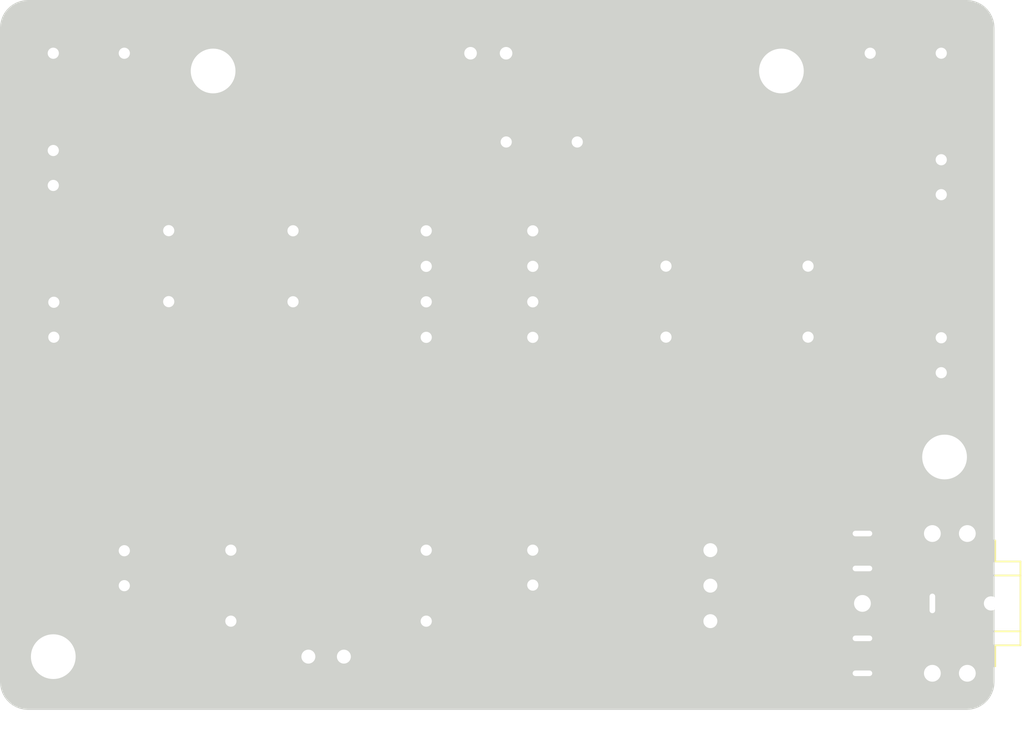
<source format=kicad_pcb>
(kicad_pcb (version 20221018) (generator pcbnew)

  (general
    (thickness 1.6)
  )

  (paper "A4")
  (layers
    (0 "F.Cu" signal)
    (31 "B.Cu" signal)
    (32 "B.Adhes" user "B.Adhesive")
    (33 "F.Adhes" user "F.Adhesive")
    (34 "B.Paste" user)
    (35 "F.Paste" user)
    (36 "B.SilkS" user "B.Silkscreen")
    (37 "F.SilkS" user "F.Silkscreen")
    (38 "B.Mask" user)
    (39 "F.Mask" user)
    (40 "Dwgs.User" user "User.Drawings")
    (41 "Cmts.User" user "User.Comments")
    (42 "Eco1.User" user "User.Eco1")
    (43 "Eco2.User" user "User.Eco2")
    (44 "Edge.Cuts" user)
    (45 "Margin" user)
    (46 "B.CrtYd" user "B.Courtyard")
    (47 "F.CrtYd" user "F.Courtyard")
    (48 "B.Fab" user)
    (49 "F.Fab" user)
    (50 "User.1" user)
    (51 "User.2" user)
    (52 "User.3" user)
    (53 "User.4" user)
    (54 "User.5" user)
    (55 "User.6" user)
    (56 "User.7" user)
    (57 "User.8" user)
    (58 "User.9" user)
  )

  (setup
    (stackup
      (layer "F.SilkS" (type "Top Silk Screen"))
      (layer "F.Paste" (type "Top Solder Paste"))
      (layer "F.Mask" (type "Top Solder Mask") (thickness 0.01))
      (layer "F.Cu" (type "copper") (thickness 0.035))
      (layer "dielectric 1" (type "core") (thickness 1.51) (material "FR4") (epsilon_r 4.5) (loss_tangent 0.02))
      (layer "B.Cu" (type "copper") (thickness 0.035))
      (layer "B.Mask" (type "Bottom Solder Mask") (thickness 0.01))
      (layer "B.Paste" (type "Bottom Solder Paste"))
      (layer "B.SilkS" (type "Bottom Silk Screen"))
      (copper_finish "None")
      (dielectric_constraints no)
    )
    (pad_to_mask_clearance 0)
    (pcbplotparams
      (layerselection 0x00010fc_ffffffff)
      (plot_on_all_layers_selection 0x0000000_00000000)
      (disableapertmacros false)
      (usegerberextensions false)
      (usegerberattributes true)
      (usegerberadvancedattributes true)
      (creategerberjobfile true)
      (dashed_line_dash_ratio 12.000000)
      (dashed_line_gap_ratio 3.000000)
      (svgprecision 4)
      (plotframeref false)
      (viasonmask false)
      (mode 1)
      (useauxorigin false)
      (hpglpennumber 1)
      (hpglpenspeed 20)
      (hpglpendiameter 15.000000)
      (dxfpolygonmode true)
      (dxfimperialunits true)
      (dxfusepcbnewfont true)
      (psnegative false)
      (psa4output false)
      (plotreference true)
      (plotvalue true)
      (plotinvisibletext false)
      (sketchpadsonfab false)
      (subtractmaskfromsilk false)
      (outputformat 1)
      (mirror false)
      (drillshape 1)
      (scaleselection 1)
      (outputdirectory "")
    )
  )

  (net 0 "")
  (net 1 "Net-(C1-Pad1)")
  (net 2 "Net-(C1-Pad2)")
  (net 3 "Net-(C2-Pad1)")
  (net 4 "Net-(C2-Pad2)")
  (net 5 "Net-(J1-Pin_2)")
  (net 6 "Net-(J1-Pin_6)")
  (net 7 "+BATT")
  (net 8 "-BATT")
  (net 9 "Net-(J1-Pin_1)")
  (net 10 "Net-(J1-Pin_7)")
  (net 11 "Net-(D1-A)")
  (net 12 "/Virtual_Ground")
  (net 13 "Net-(C3-Pad1)")
  (net 14 "Net-(C4-Pad1)")
  (net 15 "Net-(J4-Pin_2)")
  (net 16 "Net-(J4-Pin_3)")

  (footprint "Capacitor_THT:CP_Radial_D5.0mm_P2.50mm" (layer "F.Cu") (at 54.65 125.73 90))

  (footprint "Capacitor_THT:CP_Radial_D5.0mm_P2.50mm" (layer "F.Cu") (at 54.61 114.870113 90))

  (footprint "MountingHole:MountingHole_3.2mm_M3" (layer "F.Cu") (at 118.347588 134.30438))

  (footprint "Resistor_THT:R_Box_L8.4mm_W2.5mm_P5.08mm" (layer "F.Cu") (at 98.425 125.725 90))

  (footprint "Capacitor_THT:CP_Radial_D5.0mm_P2.50mm" (layer "F.Cu") (at 59.69 143.51 90))

  (footprint "Capacitor_THT:CP_Radial_D5.0mm_P2.50mm" (layer "F.Cu") (at 118.11 128.27 90))

  (footprint "MountingHole:MountingHole_3.2mm_M3" (layer "F.Cu") (at 54.61 148.59))

  (footprint "Capacitor_THT:CP_Radial_D5.0mm_P2.50mm" (layer "F.Cu") (at 88.9 140.97 -90))

  (footprint "Resistor_THT:R_Box_L8.4mm_W2.5mm_P5.08mm" (layer "F.Cu") (at 71.755 118.115 -90))

  (footprint "Resistor_THT:R_Box_L8.4mm_W2.5mm_P5.08mm" (layer "F.Cu") (at 81.28 146.05 90))

  (footprint "MountingHole:MountingHole_3.2mm_M3" (layer "F.Cu") (at 66.04 106.68))

  (footprint "Connector_PinHeader_2.54mm:PinHeader_1x03_P2.54mm_Vertical" (layer "F.Cu") (at 101.6 140.97))

  (footprint "Inductor_THT:L_Axial_L7.0mm_D3.3mm_P5.08mm_Vertical_Fastron_MICC" (layer "F.Cu") (at 118.11 105.41 180))

  (footprint "Package_DIP:DIP-8_W7.62mm_Socket" (layer "F.Cu") (at 81.28 118.12))

  (footprint "Inductor_THT:L_Axial_L7.0mm_D3.3mm_P5.08mm_Vertical_Fastron_MICC" (layer "F.Cu") (at 54.61 105.41))

  (footprint "Resistor_THT:R_Box_L8.4mm_W2.5mm_P5.08mm" (layer "F.Cu") (at 67.31 140.97 -90))

  (footprint "Resistor_THT:R_Box_L8.4mm_W2.5mm_P5.08mm" (layer "F.Cu") (at 108.585 125.725 90))

  (footprint "Resistor_THT:R_Box_L8.4mm_W2.5mm_P5.08mm" (layer "F.Cu") (at 87 111.76))

  (footprint "Capacitor_THT:CP_Radial_D5.0mm_P2.50mm" (layer "F.Cu") (at 118.11 115.531 90))

  (footprint "Connector_Audio:Jack_3.5mm_CUI_SJ1-3525N_Horizontal" (layer "F.Cu") (at 117.475 144.78 90))

  (footprint "Resistor_THT:R_Box_L8.4mm_W2.5mm_P5.08mm" (layer "F.Cu") (at 62.865 123.185 90))

  (footprint "Connector_PinHeader_2.54mm:PinHeader_1x02_P2.54mm_Vertical" (layer "F.Cu") (at 72.851793 148.588207 90))

  (footprint "MountingHole:MountingHole_3.2mm_M3" (layer "F.Cu") (at 106.68 106.68))

  (footprint "LED_THT:LED_D4.0mm" (layer "F.Cu") (at 84.45 105.41))

  (segment (start 54.61 114.870113) (end 54.61 116.195) (width 1) (layer "F.Cu") (net 1) (tstamp 24fee871-1233-4217-814e-3e3f1d332178))
  (segment (start 56.52 118.105) (end 62.865 118.105) (width 1) (layer "F.Cu") (net 1) (tstamp 94e5eeb4-78dc-4cd8-861e-fb1e6f361983))
  (segment (start 54.61 116.195) (end 56.52 118.105) (width 1) (layer "F.Cu") (net 1) (tstamp f95c0814-3f20-47eb-9ee0-840aaed618f2))
  (segment (start 54.61 105.41) (end 54.61 112.370113) (width 1) (layer "F.Cu") (net 2) (tstamp 8a8ac138-968d-4d47-97c3-0fd6d52da30d))
  (segment (start 118.11 115.531) (end 112.991 120.65) (width 1) (layer "F.Cu") (net 3) (tstamp 3e03a21e-ba7e-4985-a41a-ba6a99c74908))
  (segment (start 112.991 120.65) (end 111.125 120.65) (width 1) (layer "F.Cu") (net 3) (tstamp 4e8ded8b-5efa-453d-bdd8-408a96e84b95))
  (segment (start 111.12 120.645) (end 108.585 120.645) (width 1) (layer "F.Cu") (net 3) (tstamp 626f59a4-c871-4b5d-b035-2bb7d0b7936d))
  (segment (start 111.125 120.65) (end 111.12 120.645) (width 1) (layer "F.Cu") (net 3) (tstamp a2ade820-6a6e-4d1b-984e-b30ced13bc1f))
  (segment (start 118.11 113.03) (end 118.11 105.41) (width 1) (layer "F.Cu") (net 4) (tstamp b2baa72f-5699-4c41-8e7b-d6b34d2e77d8))
  (segment (start 62.865 123.185) (end 54.654 123.185) (width 1) (layer "F.Cu") (net 5) (tstamp 14389563-3319-45fe-a5b2-dad79eef7e66))
  (segment (start 71.755 123.195) (end 62.875 123.195) (width 1) (layer "F.Cu") (net 5) (tstamp 4755fe81-d25d-49e0-9e58-6347b4ff57e6))
  (segment (start 81.28 120.66) (end 74.29 120.66) (width 1) (layer "F.Cu") (net 5) (tstamp 84eab3c0-e650-4934-a265-a5795d952224))
  (segment (start 74.29 120.66) (end 71.755 123.195) (width 1) (layer "F.Cu") (net 5) (tstamp 9e5089c5-3185-4dd5-9db8-cd119f2847eb))
  (segment (start 62.875 123.195) (end 62.865 123.185) (width 1) (layer "F.Cu") (net 5) (tstamp c7f0d094-9edf-46c6-b4cc-6d693bae515b))
  (segment (start 118.065 125.725) (end 108.585 125.725) (width 1) (layer "F.Cu") (net 6) (tstamp 61c7ba73-c6b1-4cd5-b36e-d15f5612e3cc))
  (segment (start 108.585 125.725) (end 98.425 125.725) (width 1) (layer "F.Cu") (net 6) (tstamp 92989e3c-3f73-4cca-ae8e-c09028595d2a))
  (segment (start 88.9 123.2) (end 95.9 123.2) (width 1) (layer "F.Cu") (net 6) (tstamp 984ce6cc-626d-4ca7-b689-57d92eaf47b0))
  (segment (start 95.9 123.2) (end 98.425 125.725) (width 1) (layer "F.Cu") (net 6) (tstamp c988becf-176c-4822-931e-3ef48d6aadb8))
  (segment (start 62.23 146.05) (end 59.69 143.51) (width 1) (layer "F.Cu") (net 7) (tstamp 451727d6-953b-4be6-969b-aa52091f4862))
  (segment (start 67.31 146.05) (end 62.23 146.05) (width 1) (layer "F.Cu") (net 7) (tstamp 8cdee02b-e001-4ce7-9c59-d7039040026c))
  (segment (start 69.848207 148.588207) (end 67.31 146.05) (width 1) (layer "F.Cu") (net 7) (tstamp 96d68757-2023-49ba-8d84-863ac9d2cce5))
  (segment (start 72.851793 148.588207) (end 69.848207 148.588207) (width 1) (layer "F.Cu") (net 7) (tstamp f15fd3c3-1093-4711-922c-a1afe0fdfbbf))
  (segment (start 81.28 125.74) (end 72.851793 134.168207) (width 1) (layer "B.Cu") (net 7) (tstamp 121349f9-058a-42f2-96eb-f10373431ef6))
  (segment (start 72.851793 134.168207) (end 72.851793 148.588207) (width 1) (layer "B.Cu") (net 7) (tstamp 2b368697-9e57-4082-b1ff-dd0dd3a30140))
  (segment (start 75.391793 148.588207) (end 78.741793 148.588207) (width 1) (layer "F.Cu") (net 8) (tstamp 4210fbcc-6a32-43e6-a473-b057e5561d56))
  (segment (start 78.741793 148.588207) (end 81.28 146.05) (width 1) (layer "F.Cu") (net 8) (tstamp 4264d1ad-bb40-4678-a10e-fa766e43831a))
  (segment (start 84.45 105.41) (end 84.45 113.66) (width 1) (layer "F.Cu") (net 8) (tstamp 5dea4cf7-39a9-4f7a-8396-1ae205a5c7a6))
  (segment (start 84.45 113.66) (end 84.455 113.665) (width 1) (layer "F.Cu") (net 8) (tstamp 60e31749-b0a3-465c-9a66-c36a03b728af))
  (segment (start 81.28 146.05) (end 86.32 146.05) (width 1) (layer "F.Cu") (net 8) (tstamp 612ef7c8-d8bf-4b5f-b000-4938d00f3534))
  (segment (start 84.455 113.675) (end 88.9 118.12) (width 1) (layer "F.Cu") (net 8) (tstamp 6d3e1525-a0f4-4556-8841-496bd7d97886))
  (segment (start 86.32 146.05) (end 88.9 143.47) (width 1) (layer "F.Cu") (net 8) (tstamp b4706b51-196a-46b3-b34a-20800e04d7ec))
  (segment (start 84.455 113.665) (end 84.455 113.675) (width 1) (layer "F.Cu") (net 8) (tstamp b93d7343-8c75-4069-8cbf-7d12454bb06c))
  (segment (start 85.09 127) (end 85.09 119.38) (width 1) (layer "B.Cu") (net 8) (tstamp 1b9d8133-d0ea-4557-abe4-19b4c2bfb586))
  (segment (start 75.391793 136.698207) (end 85.09 127) (width 1) (layer "B.Cu") (net 8) (tstamp 31f59499-8af4-4c09-82c8-bceee157b695))
  (segment (start 86.36 118.11) (end 86.37 118.12) (width 1) (layer "B.Cu") (net 8) (ts
... [429306 chars truncated]
</source>
